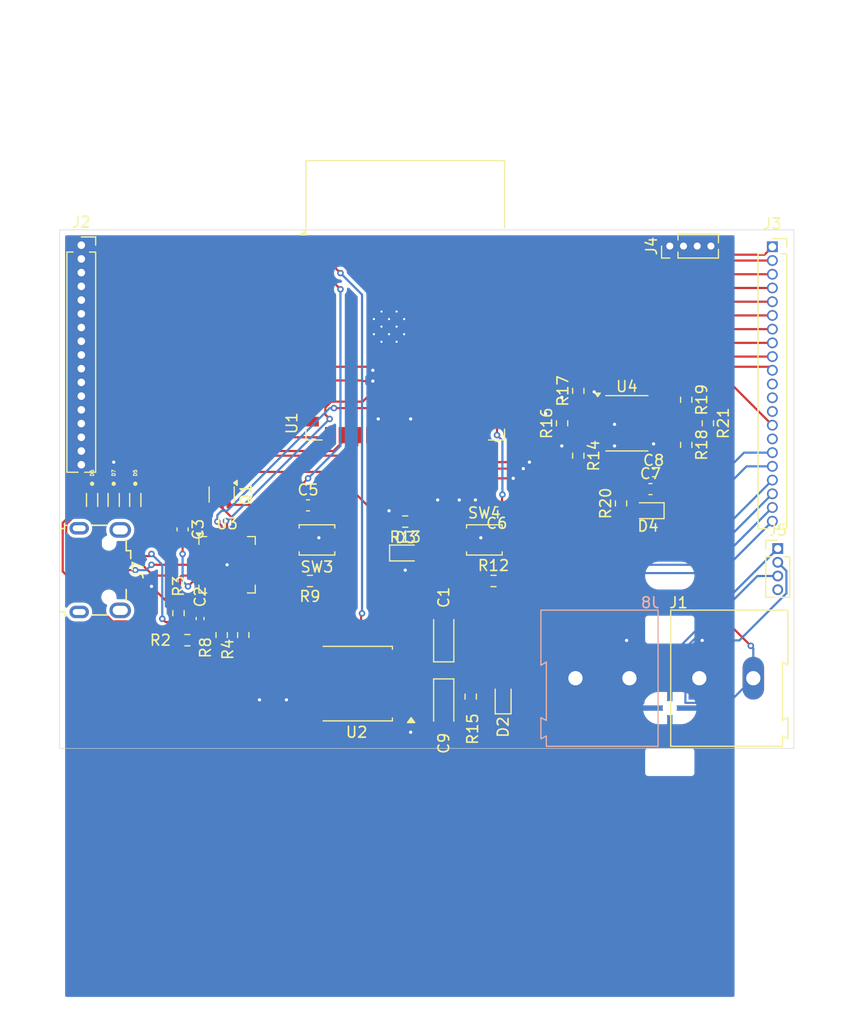
<source format=kicad_pcb>
(kicad_pcb (version 20240108) (generator "pcbnew") (generator_version "8.0")
  (layers (0 "F.Cu" signal) (31 "B.Cu" power) (34 "B.Paste" user) (35 "F.Paste" user) (36 "B.SilkS" user "B.Silkscreen") (37 "F.SilkS" user "F.Silkscreen") (38 "B.Mask" user) (39 "F.Mask" user) (44 "Edge.Cuts" user))
  (net 0 "")
  (net 1 "GND")
  (net 2 "3V3")
  (net 3 "EN")
  (net 4 "IO0")
  (net 5 "D-")
  (net 6 "D+")
  (net 7 "VBUS_C")
  (net 8 "Net-(D2-A)")
  (net 9 "Net-(D3-A)")
  (net 10 "Net-(D4-A)")
  (net 11 "MOD_A")
  (net 12 "MOD_B")
  (net 13 "GPIO11")
  (net 14 "GPIO15")
  (net 15 "GPIO7")
  (net 16 "GPIO3_NC")
  (net 17 "GPIO12")
  (net 18 "GPIO14")
  (net 19 "MOD_DRE")
  (net 20 "GPIO1")
  (net 21 "GPIO8")
  (net 22 "GPIO5")
  (net 23 "GPIO6")
  (net 24 "GPIO13")
  (net 25 "GPIO16")
  (net 26 "GPIO4")
  (net 27 "GPIO2")
  (net 28 "GPIO9")
  (net 29 "GPIO39")
  (net 30 "GPIO48")
  (net 31 "MOD_RO")
  (net 32 "GPIO35_NC")
  (net 33 "GPIO36_NC")
  (net 34 "GPIO37_NC")
  (net 35 "GPIO38")
  (net 36 "GPIO41")
  (net 37 "GPIO47")
  (net 38 "GPIO40")
  (net 39 "USB_D+_NC")
  (net 40 "GPIO46_NC")
  (net 41 "GPIO45_NC")
  (net 42 "GPIO42")
  (net 43 "USB_D-_NC")
  (net 44 "TX0")
  (net 45 "GPIO21")
  (net 46 "RX0")
  (net 47 "MOD_DI")
  (net 48 "RTS")
  (net 49 "DTR")
  (net 50 "VBUS")
  (net 51 "Net-(U3-~{SUSPEND})")
  (net 52 "Net-(U3-~{RST})")
  (net 55 "5V")
  (footprint "Capacitor_SMD:C_0402_1005Metric" (layer "F.Cu") (at 120.005 61.995)
    (property "Reference" "C8")
    (property "Value" "0.1uF")
  )
  (footprint "Resistor_SMD:R_0603_1608Metric" (layer "F.Cu") (at 88.175 72 180)
    (property "Reference" "R9")
    (property "Value" "1k")
  )
  (footprint "Capacitor_Tantalum_SMD:CP_EIA-3216-18_Kemet-A" (layer "F.Cu") (at 100.565 77.175 90)
    (property "Reference" "C1")
    (property "Value" "10uF")
  )
  (footprint "Resistor_SMD:R_0603_1608Metric" (layer "F.Cu") (at 82 77 90)
    (property "Reference" "R4")
    (property "Value" "1k")
  )
  (footprint "Package_SO:SOIC-8_3.9x4.9mm_P1.27mm" (layer "F.Cu") (at 117.525 57.405)
    (property "Reference" "U4")
    (property "Value" "MAX485E")
  )
  (footprint "Package_TO_SOT_SMD:SOT-363_SC-70-6" (layer "F.Cu") (at 80 64 -90)
    (property "Reference" "Q1")
    (property "Value" "UMH3N")
  )
  (footprint "Capacitor_SMD:C_0603_1608Metric" (layer "F.Cu") (at 119.71 63.495)
    (property "Reference" "C7")
    (property "Value" "10uF")
  )
  (footprint "Resistor_SMD:R_0603_1608Metric" (layer "F.Cu") (at 76 74.98 -90)
    (property "Reference" "R3")
    (property "Value" "47.5k")
  )
  (footprint "Resistor_SMD:R_0603_1608Metric" (layer "F.Cu") (at 105.175 72)
    (property "Reference" "R12")
    (property "Value" "1k")
  )
  (footprint "Capacitor_SMD:C_0603_1608Metric" (layer "F.Cu") (at 76.38 67.225 -90)
    (property "Reference" "C3")
    (property "Value" "10u")
  )
  (footprint "Resistor_SMD:R_0603_1608Metric" (layer "F.Cu") (at 125.025 57.405 -90)
    (property "Reference" "R21")
    (property "Value" "120")
  )
  (footprint "LED_SMD:LED_0603_1608Metric" (layer "F.Cu") (at 106.065 82.8125 90)
    (property "Reference" "D2")
    (property "Value" "LED")
  )
  (footprint "Connector_USB:USB_Micro-B_Wuerth_629105150521" (layer "F.Cu") (at 68.755 70.995 -90)
    (property "Reference" "J7")
    (property "Value" "USB_B_Micro")
  )
  (footprint "Button_Switch_SMD:SW_SPST_B3U-1000P" (layer "F.Cu") (at 104.325 68.2)
    (property "Reference" "SW4")
    (property "Value" "SW_SPST")
  )
  (footprint "LESD5D5.0CT1G:TVS_LESD5D5.0CT1G" (layer "F.Cu") (at 70 64.5 -90)
    (property "Reference" "D7")
    (property "Value" "LESD5D5.0CT1G" (hide yes))
  )
  (footprint "LESD5D5.0CT1G:TVS_LESD5D5.0CT1G" (layer "F.Cu") (at 72 64.5 -90)
    (property "Reference" "D5")
    (property "Value" "LESD5D5.0CT1G")
  )
  (footprint "Connector_PinHeader_1.27mm:PinHeader_1x04_P1.27mm_Vertical" (layer "F.Cu") (at 131.5 69)
    (property "Reference" "J5")
    (property "Value" "Conn_01x04_Socket")
  )
  (footprint "Resistor_SMD:R_0603_1608Metric" (layer "F.Cu") (at 113.025 60.405 -90)
    (property "Reference" "R14")
    (property "Value" "10k")
  )
  (footprint "Resistor_SMD:R_0603_1608Metric" (layer "F.Cu") (at 76.825 77.48)
    (property "Reference" "R2")
    (property "Value" "22.1k")
  )
  (footprint "TerminalBlock:TerminalBlock_Altech_AK300-2_P5.00mm" (layer "F.Cu") (at 124.235 81)
    (property "Reference" "J1")
    (property "Value" "Screw_Terminal_01x02")
  )
  (footprint "Resistor_SMD:R_0603_1608Metric" (layer "F.Cu") (at 80 77 -90)
    (property "Reference" "R8")
    (property "Value" "1k")
  )
  (footprint "Connector_PinSocket_1.27mm:PinSocket_1x17_P1.27mm_Vertical" (layer "F.Cu") (at 67 40.92)
    (property "Reference" "J2")
    (property "Value" "Conn_01x17_Socket")
  )
  (footprint "Resistor_SMD:R_0603_1608Metric" (layer "F.Cu") (at 123.025 59.405 -90)
    (property "Reference" "R18")
    (property "Value" "20k")
  )
  (footprint "Connector_PinHeader_1.27mm:PinHeader_1x04_P1.27mm_Vertical" (layer "F.Cu") (at 121.5 41 90)
    (property "Reference" "J4")
    (property "Value" "Conn_01x04_Socket")
  )
  (footprint "RF_Module:ESP32-S3-WROOM-1" (layer "F.Cu") (at 97 46)
    (property "Reference" "U1")
    (property "Value" "ESP32-S3-WROOM-1")
  )
  (footprint "Capacitor_SMD:C_0603_1608Metric" (layer "F.Cu") (at 88 65)
    (property "Reference" "C5")
    (property "Value" "10uF")
  )
  (footprint "Capacitor_Tantalum_SMD:CP_EIA-3216-18_Kemet-A" (layer "F.Cu") (at 100.565 83.375 -90)
    (property "Reference" "C9")
    (property "Value" "22uF")
  )
  (footprint "Button_Switch_SMD:SW_SPST_B3U-1000P" (layer "F.Cu") (at 88.825 68.2 180)
    (property "Reference" "SW3")
    (property "Value" "SW_SPST")
  )
  (footprint "Resistor_SMD:R_0603_1608Metric" (layer "F.Cu") (at 116.985 64.82 90)
    (property "Reference" "R20")
    (property "Value" "10k")
  )
  (footprint "LED_SMD:LED_0603_1608Metric" (layer "F.Cu") (at 119.485 65.495 180)
    (property "Reference" "D4")
    (property "Value" "LED")
  )
  (footprint "Package_DFN_QFN:QFN-28-1EP_5x5mm_P0.5mm_EP3.35x3.35mm" (layer "F.Cu") (at 80.5 70.5)
    (property "Reference" "U3")
    (property "Value" "CP2102N-Axx-xQFN28")
  )
  (footprint "Capacitor_SMD:C_0402_1005Metric" (layer "F.Cu") (at 105.48 65.5 180)
    (property "Reference" "C6")
    (property "Value" "1uF")
  )
  (footprint "Resistor_SMD:R_0603_1608Metric" (layer "F.Cu") (at 97 66.5 180)
    (property "Reference" "R13")
    (property "Value" "1k")
  )
  (footprint "Resistor_SMD:R_0603_1608Metric" (layer "F.Cu") (at 113.025 54.405 90)
    (property "Reference" "R17")
    (property "Value" "10k")
  )
  (footprint "Resistor_SMD:R_0603_1608Metric" (layer "F.Cu") (at 123.025 55.23 -90)
    (property "Reference" "R19")
    (property "Value" "20k")
  )
  (footprint "LED_SMD:LED_0603_1608Metric" (layer "F.Cu") (at 97.0375 69.41)
    (property "Reference" "D3")
    (property "Value" "LED")
  )
  (footprint "Resistor_SMD:R_0603_1608Metric" (layer "F.Cu") (at 103.065 82.7 90)
    (property "Reference" "R15")
    (property "Value" "1k")
  )
  (footprint "LESD5D5.0CT1G:TVS_LESD5D5.0CT1G" (layer "F.Cu") (at 68 64.5 -90)
    (property "Reference" "D6")
    (property "Value" "LESD5D5.0CT1G" (hide yes))
  )
  (footprint "Resistor_SMD:R_0603_1608Metric" (layer "F.Cu") (at 111.525 57.405 90)
    (property "Reference" "R16")
    (property "Value" "10k")
  )
  (footprint "Package_TO_SOT_SMD:TO-252-3_TabPin2" (layer "F.Cu") (at 92.5 81.5 180)
    (property "Reference" "U2")
    (property "Value" "AMS1117CD-3.3")
  )
  (footprint "Capacitor_SMD:C_0402_1005Metric" (layer "F.Cu") (at 78 75.48 -90)
    (property "Reference" "C2")
    (property "Value" "1u")
  )
  (footprint "Connector_PinSocket_1.27mm:PinSocket_1x21_P1.27mm_Vertical" (layer "F.Cu") (at 131 41.07)
    (property "Reference" "J3")
    (property "Value" "Conn_01x21")
  )
  (footprint "TerminalBlock:TerminalBlock_Altech_AK300-2_P5.00mm" (layer "B.Cu") (at 117.765 81 180)
    (property "Reference" "J8")
    (property "Value" "Screw_Terminal_01x02")
  )
  (gr_rect (start 65 39.5) (end 133 87.5) (stroke (width 0.05)) (fill none) (layer "Edge.Cuts"))
  (segment (start 103.92 40.74) (end 96.2 48.46) (width 0.2) (layer "F.Cu") (net 1))
  (segment (start 120.485 61.995) (end 120.485 65.2825) (width 0.2) (layer "F.Cu") (net 1))
  (segment (start 120.485 61.995) (end 120.485 59.795) (width 0.2) (layer "F.Cu") (net 1))
  (segment (start 73.295 72.295) (end 73.5 72.5) (width 0.2) (layer "F.Cu") (net 1))
  (segment (start 72 63.84) (end 72 63) (width 0.2) (layer "F.Cu") (net 1))
  (segment (start 95.5 47.04) (end 95.5 48.46) (width 0.2) (layer "F.Cu") (net 1))
  (segment (start 96.25 70.25) (end 97 71) (width 0.2) (layer "F.Cu") (net 1))
  (segment (start 105.75 40.74) (end 103.92 40.74) (width 0.2) (layer "F.Cu") (net 1))
  (segment (start 76.155 74.155) (end 77 75) (width 0.2) (layer "F.Cu") (net 1))
  (segment (start 96.25 69.41) (end 96.25 70.25) (width 0.2) (layer "F.Cu") (net 1))
  (segment (start 100.565 84.725) (end 98.485 84.725) (width 0.2) (layer "F.Cu") (net 1))
  (segment (start 76 74.155) (end 76.155 74.155) (width 0.2) (layer "F.Cu") (net 1))
  (segment (start 78 75) (end 78 73) (width 0.2) (layer "F.Cu") (net 1))
  (segment (start 131 41.07) (end 130.27 41.8) (width 0.2) (layer "F.Cu") (net 1))
  (segment (start 80 70) (end 80.5 70.5) (width 0.2) (layer "F.Cu") (net 1))
  (segment (start 98.950256 75.825) (end 96.065 78.710256) (width 0.2) (layer "F.Cu") (net 1))
  (segment (start 120.485 59.795) (end 120 59.31) (width 0.2) (layer "F.Cu") (net 1))
  (segment (start 77 75) (end 78 75) (width 0.2) (layer "F.Cu") (net 1))
  (segment (start 90.525 68.2) (end 89.2 68.2) (width 0.2) (layer "F.Cu") (net 1))
  (segment (start 98.485 84.725) (end 97.54 83.78) (width 0.2) (layer "F.Cu") (net 1))
  (segment (start 102.625 68.2) (end 103.8 68.2) (width 0.2) (layer "F.Cu") (net 1))
  (segment (start 89.2 40.74) (end 95.5 47.04) (width 0.2) (layer "F.Cu") (net 1))
  (segment (start 107.3 41.8) (end 106.24 40.74) (width 0.2) (layer "F.Cu") (net 1))
  (segment (start 82 77.825) (end 82.775 77.05) (width 0.2) (layer "F.Cu") (net 1))
  (segment (start 78.05 70) (end 80 70) (width 0.2) (layer "F.Cu") (net 1))
  (segment (start 106.065 83.6) (end 104.94 84.725) (width 0.2) (layer "F.Cu") (net 1))
  (segment (start 72 63) (end 70 61) (width 0.2) (layer "F.Cu") (net 1))
  (segment (start 76.45 66.45) (end 80.5 70.5) (width 0.2) (layer "F.Cu") (net 1))
  (segment (start 96.065 78.710256) (end 96.065 82.305) (width 0.2) (layer "F.Cu") (net 1))
  (segment (start 103.8 68.2) (end 104 68) (width 0.2) (layer "F.Cu") (net 1))
  (segment (start 76.38 66.45) (end 76.45 66.45) (width 0.2) (layer "F.Cu") (net 1))
  (segment (start 100.565 75.825) (end 98.950256 75.825) (width 0.2) (layer "F.Cu") (net 1))
  (segment (start 88.25 40.74) (end 89.2 40.74) (width 0.2) (layer "F.Cu") (net 1))
  (segment (start 96.065 82.305) (end 97.54 83.78) (width 0.2) (layer "F.Cu") (net 1))
  (segment (start 104.94 84.725) (end 100.565 84.725) (width 0.2) (layer "F.Cu") (net 1))
  (segment (start 78 73) (end 80.5 70.5) (width 0.2) (layer "F.Cu") (net 1))
  (segment (start 68 63.84) (end 68 63) (width 0.2) (layer "F.Cu") (net 1))
  (segment (start 82.775 77.05) (end 82.775 72.775) (width 0.2) (layer "F.Cu") (net 1))
  (segment (start 70.655 72.295) (end 73.295 72.295) (width 0.2) (layer "F.Cu") (net 1))
  (segment (start 130.27 41.8) (end 107.3 41.8) (width 0.2) (layer "F.Cu") (net 1))
  (segment (start 68 63) (end 70 61) (width 0.2) (layer "F.Cu") (net 1))
  (segment (start 73.5 72.5) (end 75.155 74.155) (width 0.2) (layer "F.Cu") (net 1))
  (segment (start 89.2 68.2) (end 89 68) (width 0.2) (layer "F.Cu") (net 1))
  (segment (start 70 63.84) (end 70 61) (width 0.2) (layer "F.Cu") (net 1))
  (segment (start 82.775 72.775) (end 80.5 70.5) (width 0.2) (layer "F.Cu") (net 1))
  (segment (start 75.155 74.155) (end 76 74.155) (width 0.2) (layer "F.Cu") (net 1))
  (segment (start 106.24 40.74) (end 105.75 40.74) (width 0.2) (layer "F.Cu") (net 1))
  (segment (start 120.485 65.2825) (end 120.2725 65.495) (width 0.2) (layer "F.Cu") (net 1))
  (via (at 97 71) (size 0.6) (drill 0.3) (layers "F.Cu" "B.Cu") (net 1))
  (via (at 89 68) (size 0.6) (drill 0.3) (layers "F.Cu" "B.Cu") (net 1))
  (via (at 104 68) (size 0.6) (drill 0.3) (layers "F.Cu" "B.Cu") (net 1))
  (via (at 120 59.31) (size 0.6) (drill 0.3) (layers "F.Cu" "B.Cu") (net 1))
  (via (at 70 61) (size 0.6) (drill 0.3) (layers "F.Cu" "B.Cu") (net 1))
  (via (at 73.5 72.5) (size 0.6) (drill 0.3) (layers "F.Cu" "B.Cu") (net 1))
  (via (at 80.5 70.5) (size 0.6) (drill 0.3) (layers "F.Cu" "B.Cu") (net 1))
  (segment (start 119.525 65.962186) (end 119.525 61.995) (width 0.2) (layer "F.Cu") (net 2))
  (segment (start 119.525 61.995) (end 119.525 62.905) (width 0.2) (layer "F.Cu") (net 2))
  (segment (start 65.278 71.117569) (end 65.278 66.622115) (width 0.2) (layer "F.Cu") (net 2))
  (segment (start 91.24 81.5) (end 83.675 81.5) (width 0.2) (layer "F.Cu") (net 2))
  (segment (start 73 64.62) (end 76.38 68) (width 0.2) (layer "F.Cu") (net 2))
  (segment (start 86.025 83.025) (end 86 83) (width 0.2) (layer "F.Cu") (net 2))
  (segment (start 123.025 60.23) (end 123.025 63.957186) (width 0.2) (layer "F.Cu") (net 2))
  (segment (start 113.025 53.58) (end 114.745552 53.58) (width 0.2) (layer "F.Cu") (net 2))
  (segment (start 100.89 72) (end 104.35 72) (width 0.2) (layer "F.Cu") (net 2))
  (segment (start 71.304569 75.745) (end 69.905431 75.745) (width 0.2) (layer "F.Cu") (net 2))
  (segment (start 116.985 55.819448) (end 116.985 56.905) (width 0.2) (layer "F.Cu") (net 2))
  (segment (start 83.675 81.5) (end 80 77.825) (width 0.2) (layer "F.Cu") (net 2))
  (segment (start 89.565 79.975) (end 75.534569 79.975) (width 0.2) (layer "F.Cu") (net 2))
  (segment (start 111.935 56.17) (end 116.25 56.17) (width 0.2) (layer "F.Cu") (net 2))
  (segment (start 123.025 63.957186) (end 120.712186 66.27) (width 0.2) (layer "F.Cu") (net 2))
  (segment (start 118.725 61.195) (end 118.725 55.800001) (width 0.2) (layer "F.Cu") (net 2))
  (segment (start 91 43.5) (end 89.51 42.01) (width 0.2) (layer "F.Cu") (net 2))
  (segment (start 116.985 63.995) (end 117.485 63.995) (width 0.2) (layer "F.Cu") (net 2))
  (segment (start 65.278 66.622115) (end 67.280115 64.62) (width 0.2) (layer "F.Cu") (net 2))
  (segment (start 78.05 71.5) (end 78.05 72) (width 0.2) (layer "F.Cu") (net 2))
  (segment (start 78.05 72) (end 77.38 72) (width 0.2) (layer "F.Cu") (net 2))
  (segment (start 114.22 61.23) (end 116.985 63.995) (width 0.2) (layer "F.Cu") (net 2))
  (segment (start 101.065 82.025) (end 101.215 81.875) (width 0.2) (layer "F.Cu") (net 2))
  (segment (start 105.125 72.775) (end 104.35 72) (width 0.2) (layer "F.Cu") (net 2))
  (segment (start 95.74 86) (end 91.24 81.5) (width 0.2) (layer "F.Cu") (net 2))
  (segment (start 89.51 42.01) (end 88.25 42.01) (width 0.2) (layer "F.Cu") (net 2))
  (segment (start 119.525 62.905) (end 118.935 63.495) (width 0.2) (layer "F.Cu") (net 2))
  (segment (start 67.280115 64.62) (end 73 64.62) (width 0.2) (layer "F.Cu") (net 2))
  (segment (start 92.915 79.975) (end 100.89 72) (width 0.2) (layer "F.Cu") (net 2))
  (segment (start 69.905431 75.745) (end 65.278 71.117569) (width 0.2) (layer "F.Cu") (net 2))
  (segment (start 89 76.06) (end 92.915 79.975) (width 0.2) (layer "F.Cu") (net 2))
  (segment (start 120.712186 66.27) (end 119.832814 66.27) (width 0.2) (layer "F.Cu") (net 2))
  (segment (start 118.725 55.800001) (end 119.025001 55.5) (width 0.2) (layer "F.Cu") (net 2))
  (segment (start 92.915 79.975) (end 92.915 75.085) (width 0.2) (layer "F.Cu") (net 2))
  (segment (start 119.832814 66.27) (end 119.525 65.962186) (width 0.2) (layer "F.Cu") (net 2))
  (segment (start 101.215 81.875) (end 103.065 81.875) (width 0.2) (layer "F.Cu") (net 2))
  (segment (start 114.745552 53.58) (end 116.985 55.819448) (width 0.2) (layer "F.Cu") (net 2))
  (segment (start 76.38 69.5) (end 76.38 68) (width 0.2) (layer "F.Cu") (net 2))
  (segment (start 116.985 56.905) (end 116.985 63.995) (width 0.2) (layer "F.Cu") (net 2))
  (segment (start 92.915 83.025) (end 86.025 83.025) (width 0.2) (layer "F.Cu") (net 2))
  (segment (start 100.565 82.025) (end 101.065 82.025) (width 0.2) (layer "F.Cu") (net 2))
  (segment (start 89 72) (end 89 76.06) (width 0.2) (layer "F.Cu") (net 2))
  (segment (start 113.025 66.162648) (end 106.412648 72.775) (width 0.2) (layer "F.Cu") (net 2))
  (segment (start 113.025 61.23) (end 114.22 61.23) (width 0.2) (layer "F.Cu") (net 2))
  (segment (start 92.915 75.085) (end 93 75) (width 0.2) (layer "F.Cu") (net 2))
  (segment (start 116.25 56.17) (end 116.985 56.905) (width 0.2) (layer "F.Cu") (net 2))
  (segment (start 113.025 61.23) (end 113.025 66.162648) (width 0.2) (layer "F.Cu") (net 2))
  (segment (start 75.534569 79.975) (end 71.304569 75.745) (width 0.2) (layer "F.Cu") (net 2))
  (segment (start 77.38 72) (end 76.88 72.5) (width 0.2) (layer "F.Cu") (net 2))
  (segment (start 97.54 81.5) (end 100.04 81.5) (width 0.2) (layer "F.Cu") (net 2))
  (segment (start 117.485 63.995) (end 117.985 63.495) (width 0.2) (layer "F.Cu") (net 2))
  (segment (start 100.04 81.5) (end 100.565 82.025) (width 0.2) (layer "F.Cu") (net 2))
  (segment (start 111.525 56.58) (end 111.935 56.17) (width 0.2) (layer "F.Cu") (net 2))
  (segment (start 119.525 61.995) (end 118.725 61.195) (width 0.2) (layer "F.Cu") (net 2))
  (segment (start 119.025001 55.5) (end 120 55.5) (width 0.2) (layer "F.Cu") (net 2))
  (segment (start 117.985 63.495) (end 118.935 63.495) (width 0.2) (layer "F.Cu") (net 2))
  (segment (start 106.412648 72.775) (end 105.125 72.775) (width 0.2) (layer "F.Cu") (net 2))
  (segment (start 97.5 86) (end 95.74 86) (width 0.2) (layer "F.Cu") (net 2))
  (via (at 97.5 86) (size 0.6) (drill 0.3) (layers "F.Cu" "B.Cu") (net 2))
  (via (at 76.88 72.5) (size 0.6) (drill 0.3) (layers "F.Cu" "B.Cu") (net 2))
  (via (at 93 75) (size 0.6) (drill 0.3) (layers "F.Cu" "B.Cu") (net 2))
  (via (at 76.38 69.5) (size 0.6) (drill 0.3) (layers "F.Cu" "B.Cu") (net 2))
  (via (at 86 83) (size 0.6) (drill 0.3) (layers "F.Cu" "B.Cu") (net 2))
  (via (at 91 43.5) (size 0.6) (drill 0.3) (layers "F.Cu" "B.Cu") (net 2))
  (segment (start 119.055 83.28) (end 116.335 86) (width 0.2) (layer "B.Cu") (net 2))
  (segment (start 86 83) (end 79 76) (width 0.2) (layer "B.Cu") (net 2))
  (segment (start 76.38 72) (end 76.38 69.5) (width 0.2) (layer "B.Cu") (net 2))
  (segment (start 131.5 69) (end 119.055 81.445) (width 0.2) (layer "B.Cu") (net 2))
  (segment (start 79 56.73) (end 67 44.73) (width 0.2) (layer "B.Cu") (net 2))
  (segment (start 93 75) (end 93 45.5) (width 0.2) (layer "B.Cu") (net 2))
  (segment (start 67 43.46) (end 67 44.73) (width 0.2) (layer "B.Cu") (net 2))
  (segment (start 119.055 81.445) (end 119.055 83.28) (width 0.2) (layer "B.Cu") (net 2))
  (segment (start 76.88 72.5) (end 76.38 72) (width 0.2) (layer "B.Cu") (net 2))
  (segment (start 79 76) (end 79 56.73) (width 0.2) (layer "B.Cu") (net 2))
  (segment (start 93 45.5) (end 91 43.5) (width 0.2) (layer "B.Cu") (net 2))
  (segment (start 116.335 86) (end 97.5 86) (width 0.2) (layer "B.Cu") (net 2))
  (segment (start 72.26 43.28) (end 88.25 43.28) (width 0.2) (layer "F.Cu") (net 3))
  (segment (start 91 45) (end 89.28 43.28) (width 0.2) (layer "F.Cu") (net 3))
  (segment (start 87.175 64.95) (end 87.225 65) (width 0.2) (layer "F.Cu") (net 3))
  (segment (start 80.65 64.95) (end 87.175 64.95) (width 0.2) (layer "F.Cu") (net 3))
  (segment (start 87.125 65.1) (end 87.225 65) (width 0.2) (layer "F.Cu") (net 3))
  (segment (start 87.125 68.2) (end 87.125 65.1) (width 0.2) (layer "F.Cu") (net 3))
  (segment (start 87.225 63.275) (end 88 62.5) (width 0.2) (layer "F.Cu") (net 3))
  (segment (start 87.35 72) (end 87.35 68.425) (width 0.2) (layer "F.Cu") (net 3))
  (segment (start 67 48.54) (end 72.26 43.28) (width 0.2) (layer "F.Cu") (net 3))
  (segment (start 89.28 43.28) (end 88.25 43.28) (width 0.2) (layer "F.Cu") (net 3))
  (segment (start 87.35 68.425) (end 87.125 68.2) (width 0.2) (layer "F.Cu") (net 3))
  (segment (start 87.225 65) (end 87.225 63.275) (width 0.2) (layer "F.Cu") (net 3))
  (via (at 88 62.5) (size 0.6) (drill 0.3) (layers "F.Cu" "B.Cu") (net 3))
  (via (at 91 45) (size 0.6) (drill 0.3) (layers "F.Cu" "B.Cu") (net 3))
  (segment (start 88 62.5) (end 91 59.5) (width 0.2) (layer "B.Cu") (net 3))
  (segment (start 91 59.5) (end 91 45) (width 0.2) (layer "B.Cu") (net 3))
  (segment (start 90.387352 61.9) (end 97.0875 68.600148) (width 0.2) (layer "F.Cu") (net 4))
  (segment (start 105.5 58.5) (end 105.5 57.5) (width 0.2) (layer "F.Cu") (net 4))
  (segment (start 106.025 71.475) (end 106.025 68.2) (width 0.2) (layer "F.Cu") (net 4))
  (segment (start 103.725 70.5) (end 106.025 68.2) (width 0.2) (layer "F.Cu") (net 4))
  (segment (start 97.700314 70.5) (end 103.725 70.5) (width 0.2) (layer "F.Cu") (net 4))
  (segment (start 105.96 57.46) (end 105.75 57.25) (width 0.2) (layer "F.Cu") (net 4))
  (segment (start 105.5 57.5) (end 105.75 57.25) (width 0.2) (layer "F.Cu") (net 4))
  (segment (start 106.7 57.25) (end 111.45 52.5) (width 0.2) (layer "F.Cu") (net 4))
  (segment (start 105.96 64.04) (end 106 64) (width 0.2) (layer "F.Cu") (net 4))
  (segment (start 79.35 62.725001) (end 80.175001 61.9) (width 0.2) (layer "F.Cu") (net 4))
  (segment (start 79.35 63.05) (end 79.35 62.725001) (width 0.2) (layer "F.Cu") (net 4))
  (segment (start 97.0875 69.887186) (end 97.700314 70.5) (width 0.2) (layer "F.Cu") (net 4))
  (segment (start 106.025 65.565) (end 105.96 65.5) (width 0.2) (layer "F.Cu") (net 4))
  (segment (start 80.175001 61.9) (end 90.387352 61.9) (width 0.2) (layer "F.Cu") (net 4))
  (segment (start 97.0875 68.600148) (end 97.0875 69.887186) (width 0.2) (layer "F.Cu") (net 4))
  (segment (start 111.45 52.5) (end 125.92 52.5) (width 0.2) (layer "F.Cu") (net 4))
  (segment (start 106 71.5) (end 106.025 71.475) (width 0.2) (layer "F.Cu") (net 4))
  (segment (start 106.025 68.2) (end 106.025 65.565) (width 0.2) (layer "F.Cu") (net 4))
  (segment (start 105.75 57.25) (end 106.7 57.25) (width 0.2) (layer "F.Cu") (net 4))
  (segment (start 125.92 52.5) (end 131 57.58) (width 0.2) (layer "F.Cu") (net 4))
  (segment (start 105.96 65.5) (end 105.96 64.04) (width 0.2) (layer "F.Cu") (net 4))
  (segment (start 106 72) (end 106 71.5) (width 0.2) (layer "F.Cu") (net 4))
  (via (at 105.5 58.5) (size 0.6) (drill 0.3) (layers "F.Cu" "B.Cu") (net 4))
  (via (at 106 64) (size 0.6) (drill 0.3) (layers "F.Cu" "B.Cu") (net 4))
  (segment (start 106 59) (end 105.5 58.5) (width 0.2) (layer "B.Cu") (net 4))
  (segment (start 106 64) (end 106 59) (width 0.2) (layer "B.Cu") (net 4))
  (segment (start 77 71.5) (end 76.380461 71.5) (width 0.2) (layer "F.Cu") (net 5))
  (segment (start 68.801 69.801) (end 69.345 70.345) (width 0.2) (layer "F.Cu") (net 5))
  (segment (start 75.300461 70.84) (end 75.180461 70.84) (width 0.2) (layer "F.Cu") (net 5))
  (segment (start 76.140461 71.74) (end 76.140461 72.22) (width 0.2) (layer "F.Cu") (net 5))
  (segment (start 74.316361 71.5) (end 73.651471 71.5) (width 0.2) (layer "F.Cu") (net 5))
  (segment (start 70 65.6) (end 68.801 66.799) (width 0.2) (layer "F.Cu") (net 5))
  (segment (start 70 65.16) (end 70 65.6) (width 0.2) (layer "F.Cu") (net 5))
  (segment (start 68.801 66.799) (end 68.801 69.801) (width 0.2) (layer "F.Cu") (net 5))
  (segment (start 69.345 70.345) (end 70.655 70.345) (width 0.2) (layer "F.Cu") (net 5))
  (segment (start 74.580461 71.5) (end 74.316361 71.5) (width 0.2) (layer "F.Cu") (net 5))
  (segment (start 77.5 71) (end 77 71.5) (width 0.2) (layer "F.Cu") (net 5))
  (segment (start 75.540461 72.22) (end 75.540461 71.74) (width 0.2) (layer "F.Cu") (net 5))
  (segment (start 74.700461 71.5) (end 74.580461 71.5) (width 0.2) (layer "F.Cu") (net 5))
  (segment (start 75.900461 72.46) (end 75.780461 72.46) (width 0.2) (layer "F.Cu") (net 5))
  (segment (start 74.940461 71.08) (end 74.940461 71.26) (width 0.2) (layer "F.Cu") (net 5))
  (segment (start 72.496471 70.345) (end 70.655 70.345) (width 0.2) (layer "F.Cu") (net 5))
  (segment (start 78.05 71) (end 77.5 71) (width 0.2) (layer "F.Cu") (net 5))
  (segment (start 75.540461 71.74) (end 75.540461 71.08) (width 0.2) (layer "F.Cu") (net 5))
  (segment (start 73.651471 71.5) (end 72.496471 70.345) (width 0.2) (layer "F.Cu") (net 5))
  (arc (start 75.780461 72.46) (mid 75.610755 72.389706) (end 75.540461 72.22) (width 0.2) (layer "F.Cu") (net 5))
  (arc (start 74.940461 71.26) (mid 74.870167 71.429706) (end 74.700461 71.5) (width 0.2) (layer "F.Cu") (net 5))
  (arc (start 75.540461 71.08) (mid 75.470167 70.910294) (end 75.300461 70.84) (width 0.2) (layer "F.Cu") (net 5))
  (arc (start 76.140461 72.22) (mid 76.070167 72.389706) (end 75.900461 72.46) (width 0.2) (layer "F.Cu") (net 5))
  (arc (start 76.380461 71.5) (mid 76.210755 71.570294) (end 76.140461 71.74) (width 0.2) (layer "F.Cu") (net 5))
  (arc (start 75.180461 70.84) (mid 75.010755 70.910294) (end 74.940461 71.08) (width 0.2) (layer "F.Cu") (net 5))
  (segment (start 70.655 70.995) (end 71.995 70.995) (width 0.2) (layer "F.Cu") (net 6))
  (segment (start 65.605 67.605) (end 68.995 70.995) (width 0.2) (layer "F.Cu") (net 6))
  (segment (start 65.605 66.757563) (end 65.605 67.605) (width 0.2) (layer "F.Cu") (net 6))
  (segment (start 68 65.16) (end 67.202563 65.16) (width 0.2) (layer "F.Cu") (net 6))
  (segment (start 67.202563 65.16) (end 65.605 66.757563) (width 0.2) (layer "F.Cu") (net 6))
  (segment (start 73.5 70.5) (end 78.05 70.5) (width 0.2) (layer "F.Cu") (net 6))
  (segment (start 68.995 70.995) (end 70.655 70.995) (width 0.2) (layer "F.Cu") (net 6))
  (segment (start 71.995 70.995) (end 72 71) (width 0.2) (layer "F.Cu") (net 6))
  (via (at 73.5 70.5) (size 0.6) (drill 0.3) (layers "F.Cu" "B.Cu") (net 6))
  (via (at 72 71) (size 0.6) (drill 0.3) (layers "F.Cu" "B.Cu") (net 6))
  (segment (start 73 71) (end 73.5 70.5) (width 0.2) (layer "B.Cu") (net 6))
  (segment (start 72 71) (end 73 71) (width 0.2) (layer "B.Cu") (net 6))
  (segment (start 70.655 69.695) (end 73.305 69.695) (width 0.2) (layer "F.Cu") (net 7))
  (segment (start 72 68.35) (end 70.655 69.695) (width 0.2) (layer "F.Cu") (net 7))
  (segment (start 76 75.805) (end 77.845 75.805) (width 0.2) (layer "F.Cu") (net 7))
  (segment (start 72 65.16) (end 72 68.35) (width 0.2) (layer "F.Cu") (net 7))
  (segment (start 76 75.805) (end 74.805 75.805) (width 0.2) (layer "F.Cu") (net 7))
  (segment (start 74.805 75.805) (end 74.5 75.5) (width 0.2) (layer "F.Cu") (net 7))
  (segment (start 73.305 69.695) (end 73.5 69.5) (width 0.2) (layer "F.Cu") (net 7))
  (segment (start 77.845 75.805) (end 78 75.96) (width 0.2) (layer "F.Cu") (net 7))
  (segment (start 76 75.805) (end 76 77.48) (width 0.2) (layer "F.Cu") (net 7))
  (via (at 74.5 75.5) (size 0.6) (drill 0.3) (layers "F.Cu" "B.Cu") (net 7))
  (via (at 73.5 69.5) (size 0.6) (drill 0.3) (layers "F.Cu" "B.Cu") (net 7))
  (segment (start 74.5 70.5) (end 73.5 69.5) (width 0.2) (layer "B.Cu") (net 7))
  (segment (start 74.5 75.5) (end 74.5 70.5) (width 0.2) (layer "B.Cu") (net 7))
  (segment (start 104.565 83.525) (end 106.065 82.025) (width 0.2) (layer "F.Cu") (net 8))
  (segment (start 103.065 83.525) (end 104.565 83.525) (width 0.2) (layer "F.Cu") (net 8))
  (segment (start 97.825 66.5) (end 97.825 69.41) (width 0.2) (layer "F.Cu") (net 9))
  (segment (start 118.5475 65.645) (end 118.6975 65.495) (width 0.2) (layer "F.Cu") (net 10))
  (segment (start 116.985 65.645) (end 118.5475 65.645) (width 0.2) (layer "F.Cu") (net 10))
  (segment (start 123.5 65.58) (end 123.5 65.7) (width 0.2) (layer "F.Cu") (net 11))
  (segment (start 124.675 58.58) (end 125.025 58.23) (width 0.2) (layer "F.Cu") (net 11))
  (segment (start 124.91 65.34) (end 124.74 65.34) (width 0.2) (layer "F.Cu") (net 11))
  (segment (start 124.5 65.34) (end 123.74 65.34) (width 0.2) (layer "F.Cu") (net 11))
  (segment (start 125.15 66.18) (end 125.15 66.3) (width 0.2) (layer "F.Cu") (net 11))
  (segment (start 124.74 65.94) (end 124.91 65.94) (width 0.2) (layer "F.Cu") (net 11))
  (segment (start 124.5 67.443703) (end 124.5 77.5) (width 0.2) (layer "F.Cu") (net 11))
  (segment (start 124.5 60.517352) (end 124.5 64.5) (width 0.2) (layer "F.Cu") (net 11))
  (segment (start 120 58.04) (end 122.485 58.04) (width 0.2) (layer "F.Cu") (net 11))
  (segment (start 123.74 65.94) (end 124.5 65.94) (width 0.2) (layer "F.Cu") (net 11))
  (segment (start 122.485 58.04) (end 123.025 58.58) (width 0.2) (layer "F.Cu") (net 11))
  (segment (start 124.74 64.74) (end 124.91 64.74) (width 0.2) (layer "F.Cu") (net 11))
  (segment (start 124.74 65.34) (end 124.5 65.34) (width 0.2) (layer "F.Cu") (net 11))
  (segment (start 125.025 59.992352) (end 124.5 60.517352) (width 0.2) (layer "F.Cu") (net 11))
  (segment (start 124.91 66.54) (end 124.74 66.54) (width 0.2) (layer "F.Cu") (net 11))
  (segment (start 124.5 65.94) (end 124.74 65.94) (width 0.2) (layer "F.Cu") (net 11))
  (segment (start 124.5 66.78) (end 124.5 66.9) (width 0.2) (layer "F.Cu") (net 11))
  (segment (start 124.5 66.9) (end 124.5 67.443703) (width 0.2) (layer "F.Cu") (net 11))
  (segment (start 125.025 58.23) (end 125.025 59.992352) (width 0.2) (layer "F.Cu") (net 11))
  (segment (start 125.15 64.98) (end 125.15 65.1) (width 0.2) (layer "F.Cu") (net 11))
  (segment (start 123.025 58.58) (end 124.675 58.58) (width 0.2) (layer "F.Cu") (net 11))
  (via (at 124.5 77.5) (size 0.6) (drill 0.3) (layers "F.Cu" "B.Cu") (net 11))
  (arc (start 124.91 65.94) (mid 125.079706 66.010294) (end 125.15 66.18) (width 0.2) (layer "F.Cu") (net 11))
  (arc (start 123.5 65.7) (mid 123.570294 65.869706) (end 123.74 65.94) (width 0.2) (layer "F.Cu") (net 11))
  (arc (start 125.15 65.1) (mid 125.079706 65.269706) (end 124.91 65.34) (width 0.2) (layer "F.Cu") (net 11))
  (arc (start 124.91 64.74) (mid 125.079706 64.810294) (end 125.15 64.98) (width 0.2) (layer "F.Cu") (net 11))
  (arc (start 124.74 66.54) (mid 124.570294 66.610294) (end 124.5 66.78) (width 0.2) (layer "F.Cu") (net 11))
  (arc (start 123.74 65.34) (mid 123.570294 65.410294) (end 123.5 65.58) (width 0.2) (layer "F.Cu") (net 11))
  (arc (start 125.15 66.3) (mid 125.079706 66.469706) (end 124.91 66.54) (width 0.2) (layer "F.Cu") (net 11))
  (arc (start 124.5 64.5) (mid 124.570294 64.669706) (end 124.74 64.74) (width 0.2) (layer "F.Cu") (net 11))
  (segment (start 132.3 71.07) (end 132.3 73.141371) (width 0.2) (layer "B.Cu") (net 11))
  (segment (start 132.3 73.141371) (end 127.941371 77.5) (width 0.2) (layer "B.Cu") (net 11))
  (segment (start 127.941371 77.5) (end 124.5 77.5) (width 0.2) (layer "B.Cu") (net 11))
  (segment (start 124.235 81) (end 124.235 77.765) (width 0.2) (layer "B.Cu") (net 11))
  (segment (start 124.235 77.765) (end 124.5 77.5) (width 0.2) (layer "B.Cu") (net 11))
  (segment (start 131.5 70.27) (end 132.3 71.07) (width 0.2) (layer "B.Cu") (net 11))
  (segment (start 122.31 56.77) (end 123.025 56.055) (width 0.2) (layer "F.Cu") (net 12))
  (segment (start 125.8 57.355) (end 125.025 56.58) (width 0.2) (layer "F.Cu") (net 12))
  (segment (start 120 56.77) (end 122.31 56.77) (width 0.2) (layer "F.Cu") (net 12))
  (segment (start 125.8 60.7) (end 125.8 57.355) (width 0.2) (layer "F.Cu") (net 12))
  (segment (start 123.175 56.055) (end 123.7 56.58) (width 0.2) (layer "F.Cu") (net 12))
  (segment (start 123.025 56.055) (end 123.175 56.055) (width 0.2) (layer "F.Cu") (net 12))
  (segment (start 125.5 74.5) (end 125.5 61) (width 0.2) (layer "F.Cu") (net 12))
  (segment (start 125.5 61) (end 125.8 60.7) (width 0.2) (layer "F.Cu") (net 12))
  (segment (start 129 78) (end 125.5 74.5) (width 0.2) (layer "F.Cu") (net 12))
  (segment (start 123.7 56.58) (end 125.025 56.58) (width 0.2) (layer "F.Cu") (net 12))
  (via (at 129 78) (size 0.6) (drill 0.3) (layers "F.Cu" "B.Cu") (net 12))
  (segment (start 129.235 78.235) (end 129 78) (width 0.2) (layer "B.Cu") (net 12))
  (segment (start 122.945 78.206471) (end 122.945 83.28) (width 0.2) (layer "B.Cu") (net 12))
  (segment (start 129.611471 71.54) (end 122.945 78.206471) (width 0.2) (layer "B.Cu") (net 12))
  (segment (start 126.955 83.28) (end 129.235 81) (width 0.2) (layer "B.Cu") (net 12))
  (segment (start 122.945 83.28) (end 126.955 83.28) (width 0.2) (layer "B.Cu") (net 12))
  (segment (start 129.235 81) (end 129.235 78.235) (width 0.2) (layer "B.Cu") (net 12))
  (segment (start 131.5 71.54) (end 129.611471 71.54) (width 0.2) (layer "B.Cu") (net 12))
  (segment (start 95.095 58.5) (end 95.095 59.595) (width 0.2) (layer "F.Cu") (net 13))
  (segment (start 95.095 59.595) (end 100 64.5) (width 0.2) (layer "F.Cu") (net 13))
  (via (at 100 64.5) (size 0.6) (drill 0.3) (layers "F.Cu" "B.Cu") (net 13))
  (segment (start 126.201224 71.268776) (end 131 66.47) (width 0.2) (layer "B.Cu") (net 13))
  (segment (start 100 64.5) (end 100 64.848529) (width 0.2) (layer "B.Cu") (net 13))
  (segment (start 106.420247 71.268776) (end 126.201224 71.268776) (width 0.2) (layer "B.Cu") (net 13))
  (segment (start 100 64.848529) (end 106.420247 71.268776) (width 0.2) (layer "B.Cu") (net 13))
  (segment (start 67 54.89) (end 72.26 49.63) (width 0.2) (layer "F.Cu") (net 14))
  (segment (start 72.26 49.63) (end 88.25 49.63) (width 0.2) (layer "F.Cu") (net 14))
  (segment (start 72.26 48.36) (end 88.25 48.36) (width 0.2) (layer "F.Cu") (net 15))
  (segment (start 67 53.62) (end 72.26 48.36) (width 0.2) (layer "F.Cu") (net 15))
  (segment (start 67 58.7) (end 89.815 58.7) (width 0.2) (layer "F.Cu") (net 16))
  (segment (start 89.815 58.7) (end 90.015 58.5) (width 0.2) (layer "F.Cu") (net 16))
  (segment (start 96.365 58.5) (end 96.365 58.865) (width 0.2) (layer "F.Cu") (net 17))
  (segment (start 96.365 58.865) (end 102 64.5) (width 0.2) (layer "F.Cu") (net 17))
  (via (at 102 64.5) (size 0.6) (drill 0.3) (layers "F.Cu" "B.Cu") (net 17))
  (segment (start 108 70.5) (end 125.7 70.5) (width 0.2) (layer "B.Cu") (net 17))
  (segment (start 102 64.5) (end 108 70.5) (width 0.2) (layer "B.Cu") (net 17))
  (segment (start 125.7 70.5) (end 131 65.2) (width 0.2) (layer "B.Cu") (net 17))
  (segment (start 98.905 59.905) (end 103.5 64.5) (width 0.2) (layer "F.Cu") (net 18))
  (segment (start 98.905 58.5) (end 98.905 59.905) (width 0.2) (layer "F.Cu") (net 18))
  (via (at 103.5 64.5) (size 0.6) (drill 0.3) (layers "F.Cu" "B.Cu") (net 18))
  (segment (start 103.5 64.5) (end 108.5 69.5) (width 0.2) (layer "B.Cu") (net 18))
  (segment (start 108.5 69.5) (end 125.5 69.5) (width 0.2) (layer "B.Cu") (net 18))
  (segment (start 125.5 69.5) (end 125.5 69.43) (width 0.2) (layer "B.Cu") (net 18))
  (segment (start 125.5 69.43) (end 131 63.93) (width 0.2) (layer "B.Cu") (net 18))
  (segment (start 93.825 57.675) (end 93.825 58.5) (width 0.2) (layer "F.Cu") (net 19))
  (segment (start 111.525 58.23) (end 110 56.705) (width 0.2) (layer "F.Cu") (net 19))
  (segment (start 114.86 58.23) (end 115.05 58.04) (width 0.2) (layer "F.Cu") (net 19))
  (segment (start 116.385 57.5) (end 115.78 57.5) (width 0.2) (layer "F.Cu") (net 19))
  (segment (start 111.525 58.23) (end 114.86 58.23) (width 0.2) (layer "F.Cu") (net 19))
  (segment (start 115.78 57.5) (end 115.05 56.77) (width 0.2) (layer "F.Cu") (net 19))
  (segment (start 115.05 56.77) (end 115.05 58.04) (width 0.2) (layer "F.Cu") (net 19))
  (segment (start 94.5 57) (end 93.825 57.675) (width 0.2) (layer "F.Cu") (net 19))
  (segment (start 110 56.705) (end 110 56.5) (width 0.2) (layer "F.Cu") (net 19))
  (via (at 94.5 57) (size 0.6) (drill 0.3) (layers "F.Cu" "B.Cu") (net 19))
  (via (at 116.385 57.5) (size 0.6) (drill 0.3) (layers "F.Cu" "B.Cu") (net 19))
  (via (at 110 56.5) (size 0.6) (drill 0.3) (layers "F.Cu" "B.Cu") (net 19))
  (segment (start 123.5 41) (end 122.5 41) (width 0.2) (layer "B.Cu") (net 19))
  (segment (start 110 56.5) (end 112.1 58.6) (width 0.2) (layer "B.Cu") (net 19))
  (segment (start 104 56) (end 95.5 56) (width 0.2) (layer "B.Cu") (net 19))
  (segment (start 108.1 60.1) (end 104 56) (width 0.2) (layer "B.Cu") (net 19))
  (segment (start 95.5 56) (end 94.5 57) (width 0.2) (layer "B.Cu") (net 19))
  (segment (start 112.1 58.6) (end 112.1 59.748529) (width 0.2) (layer "B.Cu") (net 19))
  (segment (start 112.1 59.748529) (end 111.748529 60.1) (width 0.2) (layer "B.Cu") (net 19))
  (segment (start 111.748529 60.1) (end 108.1 60.1) (width 0.2) (layer "B.Cu") (net 19))
  (segment (start 122.5 51.385) (end 116.385 57.5) (width 0.2) (layer "B.Cu") (net 19))
  (segment (start 122.5 41) (end 122.5 51.385) (width 0.2) (layer "B.Cu") (net 19))
  (segment (start 131 42.34) (end 106.08 42.34) (width 0.2) (layer "F.Cu") (net 20))
  (segment (start 106.08 42.34) (end 105.75 42.01) (width 0.2) (layer "F.Cu") (net 20))
  (segment (start 67 57.43) (end 69.72 54.71) (width 0.2) (layer "F.Cu") (net 21))
  (segment (start 69.72 54.71) (end 88.25 54.71) (width 0.2) (layer "F.Cu") (net 21))
  (segment (start 67 51.08) (end 72.26 45.82) (width 0.2) (layer "F.Cu") (net 22))
  (segment (start 72.26 45.82) (end 88.25 45.82) (width 0.2) (layer "F.Cu") (net 22))
  (segment (start 72.26 47.09) (end 88.25 47.09) (width 0.2) (layer "F.Cu") (net 23))
  (segment (start 67 52.35) (end 72.26 47.09) (width 0.2) (layer "F.Cu") (net 23))
  (segment (start 97.5 57) (end 97.5 58.365) (width 0.2) (layer "F.Cu") (net 24))
  (segment (start 97.5 58.365) (end 97.635 58.5) (width 0.2) (layer "F.Cu") (net 24))
  (segment (start 96.175 66.175) (end 95.5 65.5) (width 0.2) (layer "F.Cu") (net 24))
  (segment (start 96.175 66.5) (end 96.175 66.175) (width 0.2) (layer "F.Cu") (net 24))
  (via (at 97.5 57) (size 0.6) (drill 0.3) (layers "F.Cu" "B.Cu") (net 24))
  (via (at 95.5 65.5) (size 0.6) (drill 0.3) (layers "F.Cu" "B.Cu") (net 24))
  (segment (start 97.5 63.5) (end 97.5 57) (width 0.2) (layer "B.Cu") (net 24))
  (segment (start 95.5 65.5) (end 97.5 63.5) (width 0.2) (layer "B.Cu") (net 24))
  (segment (start 67 56.16) (end 72.26 50.9) (width 0.2) (layer "F.Cu") (net 25))
  (segment (start 72.26 50.9) (end 88.25 50.9) (width 0.2) (layer "F.Cu") (net 25))
  (segment (start 72.26 44.55) (end 88.25 44.55) (width 0.2) (layer "F.Cu") (net 26))
  (segment (start 67 49.81) (end 72.26 44.55) (width 0.2) (layer "F.Cu") (net 26))
  (segment (start 106.08 43.61) (end 105.75 43.28) (width 0.2) (layer "F.Cu") (net 27))
  (segment (start 131 43.61) (end 106.08 43.61) (width 0.2) (layer "F.Cu") (net 27))
  (segment (start 67.84 60.4) (end 91.605 60.4) (width 0.2) (layer "F.Cu") (net 28))
  (segment (start 91.605 60.4) (end 92.555 59.45) (width 0.2) (layer "F.Cu") (net 28))
  (segment (start 92.555 59.45) (end 92.555 58.5) (width 0.2) (layer "F.Cu") (net 28))
  (segment (start 67 61.24) (end 67.84 60.4) (width 0.2) (layer "F.Cu") (net 28))
  (segment (start 106.08 51.23) (end 105.75 50.9) (width 0.2) (layer "F.Cu") (net 29))
  (segment (start 131 51.23) (end 106.08 51.23) (width 0.2) (layer "F.Cu") (net 29))
  (segment (start 102.715 59.45) (end 104.265 61) (width 0.2) (layer "F.Cu") (net 30))
  (segment (start 102.715 58.5) (end 102.715 59.45) (width 0.2) (layer "F.Cu") (net 30))
  (segment (start 104.265 61) (end 108.5 61) (width 0.2) (layer "F.Cu") (net 30))
  (via (at 108.5 61) (size 0.6) (drill 0.3) (layers "F.Cu" "B.Cu") (net 30))
  (segment (start 108.5 61) (end 115.5 68) (width 0.2) (layer "B.Cu") (net 30))
  (segment (start 120.5 68) (end 128.38 60.12) (width 0.2) (layer "B.Cu") (net 30))
  (segment (start 128.38 60.12) (end 131 60.12) (width 0.2) (layer "B.Cu") (net 30))
  (segment (start 115.5 68) (end 120.5 68) (width 0.2) (layer "B.Cu") (net 30))
  (segment (start 114.5 54.5) (end 114.5 54.95) (width 0.2) (layer "F.Cu") (net 31))
  (segment (start 113.025 55.23) (end 111.73 55.23) (width 0.2) (layer "F.Cu") (net 31))
  (segment (start 114.78 55.23) (end 115.05 55.5) (width 0.2) (layer "F.Cu") (net 31))
  (segment (start 92.94 53.44) (end 88.25 53.44) (width 0.2) (layer "F.Cu") (net 31))
  (segment (start 93 53.5) (end 92.94 53.44) (width 0.2) (layer "F.Cu") (net 31))
  (segment (start 94 53.5) (end 93 53.5) (width 0.2) (layer "F.Cu") (net 31))
  (segment (start 113.025 55.23) (end 114.78 55.23) (width 0.2) (layer "F.Cu") (net 31))
  (segment (start 111.73 55.23) (end 111.5 55) (width 0.2) (layer "F.Cu") (net 31))
  (segment (start 114.5 54.95) (end 115.05 55.5) (width 0.2) (layer "F.Cu") (net 31))
  (via (at 111.5 55) (size 0.6) (drill 0.3) (layers "F.Cu" "B.Cu") (net 31))
  (via (at 94 53.5) (size 0.6) (drill 0.3) (layers "F.Cu" "B.Cu") (net 31))
  (via (at 114.5 54.5) (size 0.6) (drill 0.3) (layers "F.Cu" "B.Cu") (net 31))
  (segment (start 121.5 47.5) (end 114.5 54.5) (width 0.2) (layer "B.Cu") (net 31))
  (segment (start 95.5 55) (end 94 53.5) (width 0.2) (layer "B.Cu") (net 31))
  (segment (start 111.5 55) (end 95.5 55) (width 0.2) (layer "B.Cu") (net 31))
  (segment (start 121.5 41) (end 121.5 47.5) (width 0.2) (layer "B.Cu") (net 31))
  (segment (start 130.67 52.17) (end 131 52.5) (width 0.2) (layer "F.Cu") (net 35))
  (segment (start 105.75 52.17) (end 130.67 52.17) (width 0.2) (layer "F.Cu") (net 35))
  (segment (start 106.08 48.69) (end 105.75 48.36) (width 0.2) (layer "F.Cu") (net 36))
  (segment (start 131 48.69) (end 106.08 48.69) (width 0.2) (layer "F.Cu") (net 36))
  (segment (start 101.445 58.5) (end 101.445 59.45) (width 0.2) (layer "F.Cu") (net 37))
  (segment (start 103.595 61.6) (end 107.934313 61.6) (width 0.2) (layer "F.Cu") (net 37))
  (segment (start 101.445 59.45) (end 103.595 61.6) (width 0.2) (layer "F.Cu") (net 37))
  (via (at 107.934313 61.6) (size 0.6) (drill 0.3) (layers "F.Cu" "B.Cu") (net 37))
  (segment (start 128.61 61.39) (end 131 61.39) (width 0.2) (layer "B.Cu") (net 37))
  (segment (start 107.934313 61.6) (end 114.661313 68.327) (width 0.2) (layer "B.Cu") (net 37))
  (segment (start 121.673 68.327) (end 128.61 61.39) (width 0.2) (layer "B.Cu") (net 37))
  (segment (start 114.661313 68.327) (end 121.673 68.327) (width 0.2) (layer "B.Cu") (net 37))
  (segment (start 106.08 49.96) (end 105.75 49.63) (width 0.2) (layer "F.Cu") (net 38))
  (segment (start 131 49.96) (end 106.08 49.96) (width 0.2) (layer "F.Cu") (net 38))
  (segment (start 67 59.97) (end 90.345 59.97) (width 0.2) (layer "F.Cu") (net 40))
  (segment (start 91.285 59.03) (end 91.285 58.5) (width 0.2) (layer "F.Cu") (net 40))
  (segment (start 90.345 59.97) (end 91.285 59.03) (width 0.2) (layer "F.Cu") (net 40))
  (segment (start 106.08 47.42) (end 105.75 47.09) (width 0.2) (layer "F.Cu") (net 42))
  (segment (start 131 47.42) (end 106.08 47.42) (width 0.2) (layer "F.Cu") (net 42))
  (segment (start 80.5 68.05) (end 80.5 66.551472) (width 0.2) (layer "F.Cu") (net 44))
  (segment (start 80.5 66.551472) (end 80.4 66.451472) (width 0.2) (layer "F.Cu") (net 44))
  (segment (start 90.151471 55.4) (end 89.601473 55.949998) (width 0.2) (layer "F.Cu") (net 44))
  (segment (start 89.601473 55.949998) (end 89.601473 56.601473) (width 0.2) (layer "F.Cu") (net 44))
  (segment (start 103.91 44.55) (end 93.06 55.4) (width 0.2) (layer "F.Cu") (net 44))
  (segment (start 93.06 55.4) (end 90.151471 55.4) (width 0.2) (layer "F.Cu") (net 44))
  (segment (start 105.75 44.55) (end 103.91 44.55) (width 0.2) (layer "F.Cu") (net 44))
  (segment (start 131 44.88) (end 106.08 44.88) (width 0.2) (layer "F.Cu") (net 44))
  (segment (start 89.601473 56.601473) (end 90 57) (width 0.2) (layer "F.Cu") (net 44))
  (segment (start 106.08 44.88) (end 105.75 44.55) (width 0.2) (layer "F.Cu") (net 44))
  (via (at 80.4 66.451472) (size 0.6) (drill 0.3) (layers "F.Cu" "B.Cu") (net 44))
  (via (at 90 57) (size 0.6) (drill 0.3) (layers "F.Cu" "B.Cu") (net 44))
  (segment (start 80.548528 66.451472) (end 80.4 66.451472) (width 0.2) (layer "B.Cu") (net 44))
  (segment (start 90 57) (end 80.548528 66.451472) (width 0.2) (layer "B.Cu") (net 44))
  (segment (start 100.175 59.45) (end 103.225 62.5) (width 0.2) (layer "F.Cu") (net 45))
  (segment (start 100.175 58.5) (end 100.175 59.45) (width 0.2) (layer "F.Cu") (net 45))
  (segment (start 103.225 62.5) (end 107 62.5) (width 0.2) (layer "F.Cu") (net 45))
  (via (at 107 62.5) (size 0.6) (drill 0.3) (layers "F.Cu" "B.Cu") (net 45))
  (segment (start 107 62.5) (end 113.154 68.654) (width 0.2) (layer "B.Cu") (net 45))
  (segment (start 125.006 68.654) (end 131 62.66) (width 0.2) (layer "B.Cu") (net 45))
  (segment (start 113.154 68.654) (end 125.006 68.654) (width 0.2) (layer "B.Cu") (net 45))
  (segment (start 105.75 45.82) (end 104.8 45.82) (width 0.2) (layer "F.Cu") (net 46))
  (segment (start 104.8 45.82) (end 94.62 56) (width 0.2) (layer "F.Cu") (net 46))
  (segment (start 80 66.9) (end 79.6 66.5) (width 0.2) (layer "F.Cu") (net 46))
  (segment (start 80 68.05) (end 80 66.9) (width 0.2) (layer "F.Cu") (net 46))
  (segment (start 106.08 46.15) (end 105.75 45.82) (width 0.2) (layer "F.Cu") (net 46))
  (segment (start 94.62 56) (end 90.4 56) (width 0.2) (layer "F.Cu") (net 46))
  (segment (start 131 46.15) (end 106.08 46.15) (width 0.2) (layer "F.Cu") (net 46))
  (via (at 90.4 56) (size 0.6) (drill 0.3) (layers "F.Cu" "B.Cu") (net 46))
  (via (at 79.6 66.5) (size 0.6) (drill 0.3) (layers "F.Cu" "B.Cu") (net 46))
  (segment (start 80.502943 65.5) (end 80 65.5) (width 0.2) (layer "B.Cu") (net 46))
  (segment (start 90.4 56) (end 90.002943 56) (width 0.2) (layer "B.Cu") (net 46))
  (segment (start 90.002943 56) (end 80.502943 65.5) (width 0.2) (layer "B.Cu") (net 46))
  (segment (start 79.6 65.9) (end 79.6 66.5) (width 0.2) (layer "B.Cu") (net 46))
  (segment (start 80 65.5) (end 79.6 65.9) (width 0.2) (layer "B.Cu") (net 46))
  (segment (start 93.67 52.17) (end 88.25 52.17) (width 0.2) (layer "F.Cu") (net 47))
  (segment (start 113.025 59.58) (end 111.58 59.58) (width 0.2) (layer "F.Cu") (net 47))
  (segment (start 114.78 59.58) (end 115.05 59.31) (width 0.2) (layer "F.Cu") (net 47))
  (segment (start 94 52.5) (end 93.67 52.17) (width 0.2) (layer "F.Cu") (net 47))
  (segment (start 113.025 59.58) (end 114.78 59.58) (width 0.2) (layer "F.Cu") (net 47))
  (segment (start 115.24 59.5) (end 115.05 59.31) (width 0.2) (layer "F.Cu") (net 47))
  (segment (start 111.58 59.58) (end 111.5 59.5) (width 0.2) (layer "F.Cu") (net 47))
  (segment (start 116.385 59.5) (end 115.24 59.5) (width 0.2) (layer "F.Cu") (net 47))
  (via (at 116.385 59.5) (size 0.6) (drill 0.3) (layers "F.Cu" "B.Cu") (net 47))
  (via (at 111.5 59.5) (size 0.6) (drill 0.3) (layers "F.Cu" "B.Cu") (net 47))
  (via (at 94 52.5) (size 0.6) (drill 0.3) (layers "F.Cu" "B.Cu") (net 47))
  (segment (start 94.978471 55.327) (end 93.4 53.748529) (width 0.2) (layer "B.Cu") (net 47))
  (segment (start 107.327 55.327) (end 94.978471 55.327) (width 0.2) (layer "B.Cu") (net 47))
  (segment (start 111.5 59.5) (end 107.327 55.327) (width 0.2) (layer "B.Cu") (net 47))
  (segment (start 93.4 53.748529) (end 93.4 53.1) (width 0.2) (layer "B.Cu") (net 47))
  (segment (start 124.5 51.385) (end 116.385 59.5) (width 0.2) (layer "B.Cu") (net 47))
  (segment (start 93.4 53.1) (end 94 52.5) (width 0.2) (layer "B.Cu") (net 47))
  (segment (start 124.5 41) (end 124.5 51.385) (width 0.2) (layer "B.Cu") (net 47))
  (segment (start 80.65 63.73) (end 80.65 63.05) (width 0.2) (layer "F.Cu") (net 48))
  (segment (start 81 66.193456) (end 80 65.193456) (width 0.2) (layer "F.Cu") (net 48))
  (segment (start 80 65.193456) (end 80 64.95) (width 0.2) (layer "F.Cu") (net 48))
  (segment (start 81 68.05) (end 81 66.193456) (width 0.2) (layer "F.Cu") (net 48))
  (segment (start 80 64.38) (end 80.65 63.73) (width 0.2) (layer "F.Cu") (net 48))
  (segment (start 80 64.95) (end 80 64.38) (width 0.2) (layer "F.Cu") (net 48))
  (segment (start 79.35 64.03) (end 80 63.38) (width 0.2) (layer "F.Cu") (net 49))
  (segment (start 79 65.3) (end 79.35 64.95) (width 0.2) (layer "F.Cu") (net 49))
  (segment (start 79 68.05) (end 79 65.3) (width 0.2) (layer "F.Cu") (net 49))
  (segment (start 79.35 64.95) (end 79.35 64.03) (width 0.2) (layer "F.Cu") (net 49))
  (segment (start 80 63.38) (end 80 63.05) (width 0.2) (layer "F.Cu") (net 49))
  (segment (start 77.65 77.48) (end 79 76.13) (width 0.2) (layer "F.Cu") (net 50))
  (segment (start 79 76.13) (end 79 72.95) (width 0.2) (layer "F.Cu") (net 50))
  (segment (start 82 76.175) (end 80.5 74.675) (width 0.2) (layer "F.Cu") (net 51))
  (segment (start 80.5 74.675) (end 80.5 72.95) (width 0.2) (layer "F.Cu") (net 51))
  (segment (start 79.5 75.675) (end 79.5 72.95) (width 0.2) (layer "F.Cu") (net 52))
  (segment (start 80 76.175) (end 79.5 75.675) (width 0.2) (layer "F.Cu") (net 52))
  (segment (start 112.165 86.6) (end 87.1 86.6) (width 0.2) (layer "F.Cu") (net 55))
  (segment (start 115.475 78.525) (end 100.565 78.525) (width 0.2) (layer "F.Cu") (net 55))
  (segment (start 117.5 77.5) (end 116.5 77.5) (width 0.2) (layer "F.Cu") (net 55))
  (segment (start 116.5 77.5) (end 115.475 78.525) (width 0.2) (layer "F.Cu") (net 55))
  (segment (start 100.565 78.525) (end 98.235 78.525) (width 0.2) (layer "F.Cu") (net 55))
  (segment (start 117.765 81) (end 112.165 86.6) (width 0.2) (layer "F.Cu") (net 55))
  (segment (start 87.1 86.6) (end 85 84.5) (width 0.2) (layer "F.Cu") (net 55))
  (segment (start 98.235 78.525) (end 97.54 79.22) (width 0.2) (layer "F.Cu") (net 55))
  (segment (start 85 84.5) (end 83.5 83) (width 0.2) (layer "F.Cu") (net 55))
  (via (at 117.5 77.5) (size 0.6) (drill 0.3) (layers "F.Cu" "B.Cu") (net 55))
  (via (at 83.5 83) (size 0.6) (drill 0.3) (layers "F.Cu" "B.Cu") (net 55))
  (segment (start 67.331371 62.04) (end 66.668629 62.04) (width 0.2) (layer "B.Cu") (net 55))
  (segment (start 66 61.371371) (end 66 43.19) (width 0.2) (layer "B.Cu") (net 55))
  (segment (start 67 40.92) (end 67 42.19) (width 0.2) (layer "B.Cu") (net 55))
  (segment (start 74.827 74.327) (end 74.827 69.535629) (width 0.2) (layer "B.Cu") (net 55))
  (segment (start 66.668629 62.04) (end 66 61.371371) (width 0.2) (layer "B.Cu") (net 55))
  (segment (start 117.765 81) (end 117.765 77.765) (width 0.2) (layer "B.Cu") (net 55))
  (segment (start 74.827 69.535629) (end 67.331371 62.04) (width 0.2) (layer "B.Cu") (net 55))
  (segment (start 83.5 83) (end 74.827 74.327) (width 0.2) (layer "B.Cu") (net 55))
  (segment (start 117.765 77.765) (end 117.5 77.5) (width 0.2) (layer "B.Cu") (net 55))
  (segment (start 66 43.19) (end 67 42.19) (width 0.2) (layer "B.Cu") (net 55))
  (zone (net 1) (net_name "GND") (layer "B.Cu") (connect_pads (clearance 0.3)) (min_thickness 0.25) (fill yes (thermal_gap 0.5) (thermal_bridge_width 0.5))
    (polygon (pts (xy 64 38.5) (xy 64 112.5) (xy 132 113) (xy 132.5 38)))
  )
)
</source>
